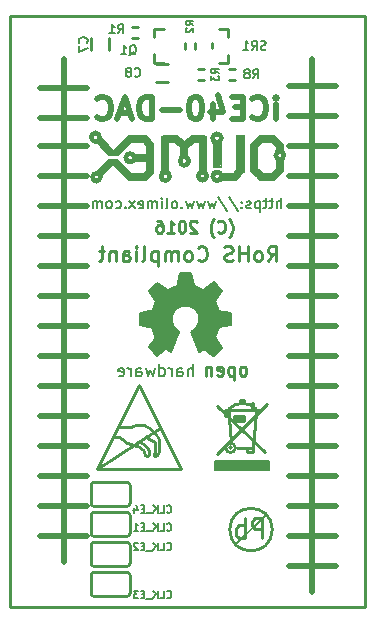
<source format=gbr>
G04 #@! TF.FileFunction,Legend,Bot*
%FSLAX46Y46*%
G04 Gerber Fmt 4.6, Leading zero omitted, Abs format (unit mm)*
G04 Created by KiCad (PCBNEW 4.0.1-3.201512221401+6198~38~ubuntu15.10.1-stable) date Thu 31 Mar 2016 03:59:41 PM EEST*
%MOMM*%
G01*
G04 APERTURE LIST*
%ADD10C,0.100000*%
%ADD11C,0.254000*%
%ADD12C,0.476250*%
%ADD13C,0.508000*%
%ADD14C,0.158750*%
%ADD15C,0.250000*%
%ADD16C,1.000000*%
%ADD17C,0.150000*%
%ADD18C,0.370000*%
%ADD19C,0.380000*%
%ADD20C,0.400000*%
%ADD21C,0.420000*%
%ADD22C,0.200000*%
%ADD23C,0.700000*%
%ADD24C,0.500000*%
%ADD25C,0.127000*%
%ADD26C,0.190500*%
%ADD27C,0.180000*%
G04 APERTURE END LIST*
D10*
D11*
X146793858Y-90744524D02*
X147217191Y-90139762D01*
X147519572Y-90744524D02*
X147519572Y-89474524D01*
X147035763Y-89474524D01*
X146914810Y-89535000D01*
X146854334Y-89595476D01*
X146793858Y-89716429D01*
X146793858Y-89897857D01*
X146854334Y-90018810D01*
X146914810Y-90079286D01*
X147035763Y-90139762D01*
X147519572Y-90139762D01*
X146068143Y-90744524D02*
X146189096Y-90684048D01*
X146249572Y-90623571D01*
X146310048Y-90502619D01*
X146310048Y-90139762D01*
X146249572Y-90018810D01*
X146189096Y-89958333D01*
X146068143Y-89897857D01*
X145886715Y-89897857D01*
X145765763Y-89958333D01*
X145705286Y-90018810D01*
X145644810Y-90139762D01*
X145644810Y-90502619D01*
X145705286Y-90623571D01*
X145765763Y-90684048D01*
X145886715Y-90744524D01*
X146068143Y-90744524D01*
X145100524Y-90744524D02*
X145100524Y-89474524D01*
X145100524Y-90079286D02*
X144374810Y-90079286D01*
X144374810Y-90744524D02*
X144374810Y-89474524D01*
X143830524Y-90684048D02*
X143649096Y-90744524D01*
X143346715Y-90744524D01*
X143225762Y-90684048D01*
X143165286Y-90623571D01*
X143104810Y-90502619D01*
X143104810Y-90381667D01*
X143165286Y-90260714D01*
X143225762Y-90200238D01*
X143346715Y-90139762D01*
X143588619Y-90079286D01*
X143709572Y-90018810D01*
X143770048Y-89958333D01*
X143830524Y-89837381D01*
X143830524Y-89716429D01*
X143770048Y-89595476D01*
X143709572Y-89535000D01*
X143588619Y-89474524D01*
X143286239Y-89474524D01*
X143104810Y-89535000D01*
X140867191Y-90623571D02*
X140927667Y-90684048D01*
X141109096Y-90744524D01*
X141230048Y-90744524D01*
X141411476Y-90684048D01*
X141532429Y-90563095D01*
X141592905Y-90442143D01*
X141653381Y-90200238D01*
X141653381Y-90018810D01*
X141592905Y-89776905D01*
X141532429Y-89655952D01*
X141411476Y-89535000D01*
X141230048Y-89474524D01*
X141109096Y-89474524D01*
X140927667Y-89535000D01*
X140867191Y-89595476D01*
X140141476Y-90744524D02*
X140262429Y-90684048D01*
X140322905Y-90623571D01*
X140383381Y-90502619D01*
X140383381Y-90139762D01*
X140322905Y-90018810D01*
X140262429Y-89958333D01*
X140141476Y-89897857D01*
X139960048Y-89897857D01*
X139839096Y-89958333D01*
X139778619Y-90018810D01*
X139718143Y-90139762D01*
X139718143Y-90502619D01*
X139778619Y-90623571D01*
X139839096Y-90684048D01*
X139960048Y-90744524D01*
X140141476Y-90744524D01*
X139173857Y-90744524D02*
X139173857Y-89897857D01*
X139173857Y-90018810D02*
X139113381Y-89958333D01*
X138992428Y-89897857D01*
X138811000Y-89897857D01*
X138690048Y-89958333D01*
X138629571Y-90079286D01*
X138629571Y-90744524D01*
X138629571Y-90079286D02*
X138569095Y-89958333D01*
X138448143Y-89897857D01*
X138266714Y-89897857D01*
X138145762Y-89958333D01*
X138085286Y-90079286D01*
X138085286Y-90744524D01*
X137480524Y-89897857D02*
X137480524Y-91167857D01*
X137480524Y-89958333D02*
X137359572Y-89897857D01*
X137117667Y-89897857D01*
X136996715Y-89958333D01*
X136936238Y-90018810D01*
X136875762Y-90139762D01*
X136875762Y-90502619D01*
X136936238Y-90623571D01*
X136996715Y-90684048D01*
X137117667Y-90744524D01*
X137359572Y-90744524D01*
X137480524Y-90684048D01*
X136150047Y-90744524D02*
X136271000Y-90684048D01*
X136331476Y-90563095D01*
X136331476Y-89474524D01*
X135666238Y-90744524D02*
X135666238Y-89897857D01*
X135666238Y-89474524D02*
X135726714Y-89535000D01*
X135666238Y-89595476D01*
X135605762Y-89535000D01*
X135666238Y-89474524D01*
X135666238Y-89595476D01*
X134517190Y-90744524D02*
X134517190Y-90079286D01*
X134577667Y-89958333D01*
X134698619Y-89897857D01*
X134940524Y-89897857D01*
X135061476Y-89958333D01*
X134517190Y-90684048D02*
X134638143Y-90744524D01*
X134940524Y-90744524D01*
X135061476Y-90684048D01*
X135121952Y-90563095D01*
X135121952Y-90442143D01*
X135061476Y-90321190D01*
X134940524Y-90260714D01*
X134638143Y-90260714D01*
X134517190Y-90200238D01*
X133912428Y-89897857D02*
X133912428Y-90744524D01*
X133912428Y-90018810D02*
X133851952Y-89958333D01*
X133730999Y-89897857D01*
X133549571Y-89897857D01*
X133428619Y-89958333D01*
X133368142Y-90079286D01*
X133368142Y-90744524D01*
X132944809Y-89897857D02*
X132460999Y-89897857D01*
X132763380Y-89474524D02*
X132763380Y-90563095D01*
X132702904Y-90684048D01*
X132581951Y-90744524D01*
X132460999Y-90744524D01*
D12*
X147483286Y-78712786D02*
X147483286Y-77442786D01*
X147483286Y-76807786D02*
X147574000Y-76898500D01*
X147483286Y-76989214D01*
X147392571Y-76898500D01*
X147483286Y-76807786D01*
X147483286Y-76989214D01*
X145487571Y-78531357D02*
X145578285Y-78622071D01*
X145850428Y-78712786D01*
X146031857Y-78712786D01*
X146304000Y-78622071D01*
X146485428Y-78440643D01*
X146576143Y-78259214D01*
X146666857Y-77896357D01*
X146666857Y-77624214D01*
X146576143Y-77261357D01*
X146485428Y-77079929D01*
X146304000Y-76898500D01*
X146031857Y-76807786D01*
X145850428Y-76807786D01*
X145578285Y-76898500D01*
X145487571Y-76989214D01*
X144671143Y-77714929D02*
X144036143Y-77714929D01*
X143764000Y-78712786D02*
X144671143Y-78712786D01*
X144671143Y-76807786D01*
X143764000Y-76807786D01*
X142131143Y-77442786D02*
X142131143Y-78712786D01*
X142584714Y-76717071D02*
X143038286Y-78077786D01*
X141859000Y-78077786D01*
X140770428Y-76807786D02*
X140589000Y-76807786D01*
X140407571Y-76898500D01*
X140316857Y-76989214D01*
X140226143Y-77170643D01*
X140135428Y-77533500D01*
X140135428Y-77987071D01*
X140226143Y-78349929D01*
X140316857Y-78531357D01*
X140407571Y-78622071D01*
X140589000Y-78712786D01*
X140770428Y-78712786D01*
X140951857Y-78622071D01*
X141042571Y-78531357D01*
X141133286Y-78349929D01*
X141224000Y-77987071D01*
X141224000Y-77533500D01*
X141133286Y-77170643D01*
X141042571Y-76989214D01*
X140951857Y-76898500D01*
X140770428Y-76807786D01*
X139319000Y-77987071D02*
X137867571Y-77987071D01*
X136960429Y-78712786D02*
X136960429Y-76807786D01*
X136506857Y-76807786D01*
X136234714Y-76898500D01*
X136053286Y-77079929D01*
X135962571Y-77261357D01*
X135871857Y-77624214D01*
X135871857Y-77896357D01*
X135962571Y-78259214D01*
X136053286Y-78440643D01*
X136234714Y-78622071D01*
X136506857Y-78712786D01*
X136960429Y-78712786D01*
X135146143Y-78168500D02*
X134239000Y-78168500D01*
X135327571Y-78712786D02*
X134692571Y-76807786D01*
X134057571Y-78712786D01*
X132334000Y-78531357D02*
X132424714Y-78622071D01*
X132696857Y-78712786D01*
X132878286Y-78712786D01*
X133150429Y-78622071D01*
X133331857Y-78440643D01*
X133422572Y-78259214D01*
X133513286Y-77896357D01*
X133513286Y-77624214D01*
X133422572Y-77261357D01*
X133331857Y-77079929D01*
X133150429Y-76898500D01*
X132878286Y-76807786D01*
X132696857Y-76807786D01*
X132424714Y-76898500D01*
X132334000Y-76989214D01*
D13*
X148590000Y-75946000D02*
X152527000Y-75946000D01*
X148590000Y-78486000D02*
X152527000Y-78486000D01*
X148590000Y-81026000D02*
X152527000Y-81026000D01*
X148590000Y-83566000D02*
X152527000Y-83566000D01*
X148590000Y-86106000D02*
X152527000Y-86106000D01*
X148590000Y-88646000D02*
X152527000Y-88646000D01*
X148590000Y-91186000D02*
X152527000Y-91186000D01*
X148590000Y-93726000D02*
X152527000Y-93726000D01*
X148590000Y-96266000D02*
X152527000Y-96266000D01*
X148590000Y-98806000D02*
X152527000Y-98806000D01*
X148590000Y-101346000D02*
X152527000Y-101346000D01*
X148590000Y-103886000D02*
X152527000Y-103886000D01*
X148590000Y-106426000D02*
X152527000Y-106426000D01*
X148590000Y-108966000D02*
X152527000Y-108966000D01*
X148590000Y-111506000D02*
X152527000Y-111506000D01*
X148590000Y-116586000D02*
X152527000Y-116586000D01*
X148590000Y-114046000D02*
X152527000Y-114046000D01*
X127508000Y-76073000D02*
X131445000Y-76073000D01*
X127508000Y-78613000D02*
X131445000Y-78613000D01*
X127508000Y-81026000D02*
X131445000Y-81026000D01*
X127508000Y-83566000D02*
X131445000Y-83566000D01*
X127508000Y-86106000D02*
X131445000Y-86106000D01*
X127508000Y-88646000D02*
X131445000Y-88646000D01*
X127508000Y-91186000D02*
X131445000Y-91186000D01*
X127508000Y-93726000D02*
X131445000Y-93726000D01*
X127508000Y-96266000D02*
X131445000Y-96266000D01*
X127508000Y-98806000D02*
X131445000Y-98806000D01*
X127508000Y-101346000D02*
X131445000Y-101346000D01*
X127508000Y-103886000D02*
X131445000Y-103886000D01*
X127508000Y-106426000D02*
X131445000Y-106426000D01*
X127508000Y-108966000D02*
X131445000Y-108966000D01*
X127508000Y-111506000D02*
X131445000Y-111506000D01*
X150495000Y-118745000D02*
X150495000Y-73660000D01*
X129540000Y-73660000D02*
X129540000Y-116205000D01*
X127508000Y-114046000D02*
X131445000Y-114046000D01*
D14*
X147933831Y-86254167D02*
X147933831Y-85365167D01*
X147552831Y-86254167D02*
X147552831Y-85788500D01*
X147595165Y-85703833D01*
X147679831Y-85661500D01*
X147806831Y-85661500D01*
X147891498Y-85703833D01*
X147933831Y-85746167D01*
X147256498Y-85661500D02*
X146917832Y-85661500D01*
X147129498Y-85365167D02*
X147129498Y-86127167D01*
X147087165Y-86211833D01*
X147002498Y-86254167D01*
X146917832Y-86254167D01*
X146748498Y-85661500D02*
X146409832Y-85661500D01*
X146621498Y-85365167D02*
X146621498Y-86127167D01*
X146579165Y-86211833D01*
X146494498Y-86254167D01*
X146409832Y-86254167D01*
X146113498Y-85661500D02*
X146113498Y-86550500D01*
X146113498Y-85703833D02*
X146028832Y-85661500D01*
X145859498Y-85661500D01*
X145774832Y-85703833D01*
X145732498Y-85746167D01*
X145690165Y-85830833D01*
X145690165Y-86084833D01*
X145732498Y-86169500D01*
X145774832Y-86211833D01*
X145859498Y-86254167D01*
X146028832Y-86254167D01*
X146113498Y-86211833D01*
X145351499Y-86211833D02*
X145266832Y-86254167D01*
X145097499Y-86254167D01*
X145012832Y-86211833D01*
X144970499Y-86127167D01*
X144970499Y-86084833D01*
X145012832Y-86000167D01*
X145097499Y-85957833D01*
X145224499Y-85957833D01*
X145309165Y-85915500D01*
X145351499Y-85830833D01*
X145351499Y-85788500D01*
X145309165Y-85703833D01*
X145224499Y-85661500D01*
X145097499Y-85661500D01*
X145012832Y-85703833D01*
X144589498Y-86169500D02*
X144547165Y-86211833D01*
X144589498Y-86254167D01*
X144631832Y-86211833D01*
X144589498Y-86169500D01*
X144589498Y-86254167D01*
X144589498Y-85703833D02*
X144547165Y-85746167D01*
X144589498Y-85788500D01*
X144631832Y-85746167D01*
X144589498Y-85703833D01*
X144589498Y-85788500D01*
X143531165Y-85322833D02*
X144293165Y-86465833D01*
X142599832Y-85322833D02*
X143361832Y-86465833D01*
X142388166Y-85661500D02*
X142218833Y-86254167D01*
X142049499Y-85830833D01*
X141880166Y-86254167D01*
X141710833Y-85661500D01*
X141456833Y-85661500D02*
X141287500Y-86254167D01*
X141118166Y-85830833D01*
X140948833Y-86254167D01*
X140779500Y-85661500D01*
X140525500Y-85661500D02*
X140356167Y-86254167D01*
X140186833Y-85830833D01*
X140017500Y-86254167D01*
X139848167Y-85661500D01*
X139509500Y-86169500D02*
X139467167Y-86211833D01*
X139509500Y-86254167D01*
X139551834Y-86211833D01*
X139509500Y-86169500D01*
X139509500Y-86254167D01*
X138959167Y-86254167D02*
X139043834Y-86211833D01*
X139086167Y-86169500D01*
X139128501Y-86084833D01*
X139128501Y-85830833D01*
X139086167Y-85746167D01*
X139043834Y-85703833D01*
X138959167Y-85661500D01*
X138832167Y-85661500D01*
X138747501Y-85703833D01*
X138705167Y-85746167D01*
X138662834Y-85830833D01*
X138662834Y-86084833D01*
X138705167Y-86169500D01*
X138747501Y-86211833D01*
X138832167Y-86254167D01*
X138959167Y-86254167D01*
X138154834Y-86254167D02*
X138239501Y-86211833D01*
X138281834Y-86127167D01*
X138281834Y-85365167D01*
X137816167Y-86254167D02*
X137816167Y-85661500D01*
X137816167Y-85365167D02*
X137858501Y-85407500D01*
X137816167Y-85449833D01*
X137773834Y-85407500D01*
X137816167Y-85365167D01*
X137816167Y-85449833D01*
X137392834Y-86254167D02*
X137392834Y-85661500D01*
X137392834Y-85746167D02*
X137350501Y-85703833D01*
X137265834Y-85661500D01*
X137138834Y-85661500D01*
X137054168Y-85703833D01*
X137011834Y-85788500D01*
X137011834Y-86254167D01*
X137011834Y-85788500D02*
X136969501Y-85703833D01*
X136884834Y-85661500D01*
X136757834Y-85661500D01*
X136673168Y-85703833D01*
X136630834Y-85788500D01*
X136630834Y-86254167D01*
X135868835Y-86211833D02*
X135953501Y-86254167D01*
X136122835Y-86254167D01*
X136207501Y-86211833D01*
X136249835Y-86127167D01*
X136249835Y-85788500D01*
X136207501Y-85703833D01*
X136122835Y-85661500D01*
X135953501Y-85661500D01*
X135868835Y-85703833D01*
X135826501Y-85788500D01*
X135826501Y-85873167D01*
X136249835Y-85957833D01*
X135530168Y-86254167D02*
X135064501Y-85661500D01*
X135530168Y-85661500D02*
X135064501Y-86254167D01*
X134725834Y-86169500D02*
X134683501Y-86211833D01*
X134725834Y-86254167D01*
X134768168Y-86211833D01*
X134725834Y-86169500D01*
X134725834Y-86254167D01*
X133921501Y-86211833D02*
X134006168Y-86254167D01*
X134175501Y-86254167D01*
X134260168Y-86211833D01*
X134302501Y-86169500D01*
X134344835Y-86084833D01*
X134344835Y-85830833D01*
X134302501Y-85746167D01*
X134260168Y-85703833D01*
X134175501Y-85661500D01*
X134006168Y-85661500D01*
X133921501Y-85703833D01*
X133413501Y-86254167D02*
X133498168Y-86211833D01*
X133540501Y-86169500D01*
X133582835Y-86084833D01*
X133582835Y-85830833D01*
X133540501Y-85746167D01*
X133498168Y-85703833D01*
X133413501Y-85661500D01*
X133286501Y-85661500D01*
X133201835Y-85703833D01*
X133159501Y-85746167D01*
X133117168Y-85830833D01*
X133117168Y-86084833D01*
X133159501Y-86169500D01*
X133201835Y-86211833D01*
X133286501Y-86254167D01*
X133413501Y-86254167D01*
X132736168Y-86254167D02*
X132736168Y-85661500D01*
X132736168Y-85746167D02*
X132693835Y-85703833D01*
X132609168Y-85661500D01*
X132482168Y-85661500D01*
X132397502Y-85703833D01*
X132355168Y-85788500D01*
X132355168Y-86254167D01*
X132355168Y-85788500D02*
X132312835Y-85703833D01*
X132228168Y-85661500D01*
X132101168Y-85661500D01*
X132016502Y-85703833D01*
X131974168Y-85788500D01*
X131974168Y-86254167D01*
D15*
X143517571Y-88717333D02*
X143565191Y-88669714D01*
X143660429Y-88526857D01*
X143708048Y-88431619D01*
X143755667Y-88288762D01*
X143803286Y-88050667D01*
X143803286Y-87860190D01*
X143755667Y-87622095D01*
X143708048Y-87479238D01*
X143660429Y-87384000D01*
X143565191Y-87241143D01*
X143517571Y-87193524D01*
X142565190Y-88241143D02*
X142612809Y-88288762D01*
X142755666Y-88336381D01*
X142850904Y-88336381D01*
X142993762Y-88288762D01*
X143089000Y-88193524D01*
X143136619Y-88098286D01*
X143184238Y-87907810D01*
X143184238Y-87764952D01*
X143136619Y-87574476D01*
X143089000Y-87479238D01*
X142993762Y-87384000D01*
X142850904Y-87336381D01*
X142755666Y-87336381D01*
X142612809Y-87384000D01*
X142565190Y-87431619D01*
X142231857Y-88717333D02*
X142184238Y-88669714D01*
X142089000Y-88526857D01*
X142041381Y-88431619D01*
X141993762Y-88288762D01*
X141946143Y-88050667D01*
X141946143Y-87860190D01*
X141993762Y-87622095D01*
X142041381Y-87479238D01*
X142089000Y-87384000D01*
X142184238Y-87241143D01*
X142231857Y-87193524D01*
X140755666Y-87431619D02*
X140708047Y-87384000D01*
X140612809Y-87336381D01*
X140374713Y-87336381D01*
X140279475Y-87384000D01*
X140231856Y-87431619D01*
X140184237Y-87526857D01*
X140184237Y-87622095D01*
X140231856Y-87764952D01*
X140803285Y-88336381D01*
X140184237Y-88336381D01*
X139565190Y-87336381D02*
X139469951Y-87336381D01*
X139374713Y-87384000D01*
X139327094Y-87431619D01*
X139279475Y-87526857D01*
X139231856Y-87717333D01*
X139231856Y-87955429D01*
X139279475Y-88145905D01*
X139327094Y-88241143D01*
X139374713Y-88288762D01*
X139469951Y-88336381D01*
X139565190Y-88336381D01*
X139660428Y-88288762D01*
X139708047Y-88241143D01*
X139755666Y-88145905D01*
X139803285Y-87955429D01*
X139803285Y-87717333D01*
X139755666Y-87526857D01*
X139708047Y-87431619D01*
X139660428Y-87384000D01*
X139565190Y-87336381D01*
X138279475Y-88336381D02*
X138850904Y-88336381D01*
X138565190Y-88336381D02*
X138565190Y-87336381D01*
X138660428Y-87479238D01*
X138755666Y-87574476D01*
X138850904Y-87622095D01*
X137422332Y-87336381D02*
X137612809Y-87336381D01*
X137708047Y-87384000D01*
X137755666Y-87431619D01*
X137850904Y-87574476D01*
X137898523Y-87764952D01*
X137898523Y-88145905D01*
X137850904Y-88241143D01*
X137803285Y-88288762D01*
X137708047Y-88336381D01*
X137517570Y-88336381D01*
X137422332Y-88288762D01*
X137374713Y-88241143D01*
X137327094Y-88145905D01*
X137327094Y-87907810D01*
X137374713Y-87812571D01*
X137422332Y-87764952D01*
X137517570Y-87717333D01*
X137708047Y-87717333D01*
X137803285Y-87764952D01*
X137850904Y-87812571D01*
X137898523Y-87907810D01*
D11*
X125000000Y-120000000D02*
X125000000Y-70000000D01*
X155000000Y-120000000D02*
X125000000Y-120000000D01*
X155000000Y-70000000D02*
X155000000Y-120000000D01*
X125000000Y-70000000D02*
X155000000Y-70000000D01*
X137287000Y-74041000D02*
X138303000Y-74041000D01*
X137287000Y-75565000D02*
X138303000Y-75565000D01*
X135509000Y-70929500D02*
X135763000Y-70929500D01*
X135509000Y-70929500D02*
X135255000Y-70929500D01*
X135509000Y-71818500D02*
X135255000Y-71818500D01*
X135509000Y-71818500D02*
X135763000Y-71818500D01*
X139763500Y-72517000D02*
X139763500Y-72263000D01*
X139763500Y-72517000D02*
X139763500Y-72771000D01*
X140652500Y-72517000D02*
X140652500Y-72771000D01*
X140652500Y-72517000D02*
X140652500Y-72263000D01*
X141097000Y-75374500D02*
X140843000Y-75374500D01*
X141097000Y-75374500D02*
X141351000Y-75374500D01*
X141097000Y-74485500D02*
X141351000Y-74485500D01*
X141097000Y-74485500D02*
X140843000Y-74485500D01*
X143764000Y-75374500D02*
X143510000Y-75374500D01*
X143764000Y-75374500D02*
X144018000Y-75374500D01*
X143764000Y-74485500D02*
X144018000Y-74485500D01*
X143764000Y-74485500D02*
X143510000Y-74485500D01*
X142621000Y-73939400D02*
X143408400Y-73939400D01*
X143408400Y-73939400D02*
X143408400Y-73279000D01*
X143408400Y-71755000D02*
X143408400Y-71094600D01*
X143408400Y-71094600D02*
X142621000Y-71094600D01*
X142087600Y-72720200D02*
X142087600Y-72313800D01*
X132080000Y-114046000D02*
X134874000Y-114046000D01*
X131826000Y-113792000D02*
X131826000Y-112268000D01*
X135128000Y-113792000D02*
X135128000Y-112268000D01*
X134874000Y-112014000D02*
X132080000Y-112014000D01*
X131826000Y-112268000D02*
G75*
G02X132080000Y-112014000I254000J0D01*
G01*
X134874000Y-112014000D02*
G75*
G02X135128000Y-112268000I0J-254000D01*
G01*
X135128000Y-113792000D02*
G75*
G02X134874000Y-114046000I-254000J0D01*
G01*
X132080000Y-114046000D02*
G75*
G02X131826000Y-113792000I0J254000D01*
G01*
X132080000Y-116586000D02*
X134874000Y-116586000D01*
X131826000Y-116332000D02*
X131826000Y-114808000D01*
X135128000Y-116332000D02*
X135128000Y-114808000D01*
X134874000Y-114554000D02*
X132080000Y-114554000D01*
X131826000Y-114808000D02*
G75*
G02X132080000Y-114554000I254000J0D01*
G01*
X134874000Y-114554000D02*
G75*
G02X135128000Y-114808000I0J-254000D01*
G01*
X135128000Y-116332000D02*
G75*
G02X134874000Y-116586000I-254000J0D01*
G01*
X132080000Y-116586000D02*
G75*
G02X131826000Y-116332000I0J254000D01*
G01*
X132080000Y-119126000D02*
X134874000Y-119126000D01*
X131826000Y-118872000D02*
X131826000Y-117348000D01*
X135128000Y-118872000D02*
X135128000Y-117348000D01*
X134874000Y-117094000D02*
X132080000Y-117094000D01*
X131826000Y-117348000D02*
G75*
G02X132080000Y-117094000I254000J0D01*
G01*
X134874000Y-117094000D02*
G75*
G02X135128000Y-117348000I0J-254000D01*
G01*
X135128000Y-118872000D02*
G75*
G02X134874000Y-119126000I-254000J0D01*
G01*
X132080000Y-119126000D02*
G75*
G02X131826000Y-118872000I0J254000D01*
G01*
X132080000Y-111506000D02*
X134874000Y-111506000D01*
X131826000Y-111252000D02*
X131826000Y-109728000D01*
X135128000Y-111252000D02*
X135128000Y-109728000D01*
X134874000Y-109474000D02*
X132080000Y-109474000D01*
X131826000Y-109728000D02*
G75*
G02X132080000Y-109474000I254000J0D01*
G01*
X134874000Y-109474000D02*
G75*
G02X135128000Y-109728000I0J-254000D01*
G01*
X135128000Y-111252000D02*
G75*
G02X134874000Y-111506000I-254000J0D01*
G01*
X132080000Y-111506000D02*
G75*
G02X131826000Y-111252000I0J254000D01*
G01*
D16*
X138663680Y-96824800D02*
X138330940Y-97556320D01*
X138663680Y-96916240D02*
X137482580Y-97929700D01*
X138549380Y-96779080D02*
X137932160Y-97106740D01*
X138229340Y-96359980D02*
X137619740Y-96466660D01*
X137393680Y-95201740D02*
X138115040Y-95349060D01*
X137634980Y-94508320D02*
X138290300Y-94874080D01*
X138503660Y-93639640D02*
X138922760Y-94226380D01*
X139090400Y-93388180D02*
X139311380Y-94073980D01*
X140355320Y-93372940D02*
X140187680Y-93982540D01*
X140789660Y-93632020D02*
X140614400Y-93990160D01*
X141787880Y-94409260D02*
X141330680Y-94698820D01*
X141963140Y-94889320D02*
X141521180Y-95049340D01*
X142288260Y-96133920D02*
X141582140Y-96006920D01*
X142039340Y-96779080D02*
X141475460Y-96299020D01*
X141373860Y-97678240D02*
X141008100Y-96916240D01*
X136583420Y-95625920D02*
X138051540Y-95712280D01*
X137574020Y-93441520D02*
X138686540Y-94508320D01*
X139839700Y-92384880D02*
X139834620Y-93898720D01*
X142100300Y-93360240D02*
X141038580Y-94467680D01*
X143085820Y-95646240D02*
X141668500Y-95585280D01*
X142049500Y-97850960D02*
X141196060Y-96829880D01*
D17*
X141033500Y-96420940D02*
X140726160Y-96687640D01*
X141363700Y-93507560D02*
X140380720Y-93014800D01*
X139184380Y-97012760D02*
X139306300Y-96728280D01*
X139047220Y-96558100D02*
X139301220Y-96723200D01*
X140548360Y-96555560D02*
X140322300Y-96730820D01*
X140916660Y-96441260D02*
X140657580Y-96779080D01*
X141140180Y-96220280D02*
X141046200Y-96390460D01*
X141140180Y-96220280D02*
X141046200Y-96390460D01*
X141277340Y-95366840D02*
X141145260Y-96189800D01*
X140853160Y-94630240D02*
X141272260Y-95361760D01*
X139981940Y-94200980D02*
X140853160Y-94630240D01*
X139166600Y-94368620D02*
X139981940Y-94208600D01*
X138656060Y-94797880D02*
X139166600Y-94368620D01*
X138422380Y-95470980D02*
X138656060Y-94797880D01*
X138427460Y-95976440D02*
X138427460Y-95458280D01*
X138803380Y-96687640D02*
X138427460Y-95976440D01*
X138981180Y-96809560D02*
X138803380Y-96687640D01*
X142252700Y-92788740D02*
X141368780Y-93510100D01*
X142008860Y-94142560D02*
X142610840Y-93233240D01*
X142013940Y-94137480D02*
X142400020Y-95135700D01*
X143543020Y-95404940D02*
X142427960Y-95158560D01*
X143400780Y-95349060D02*
X143400780Y-95999300D01*
X139024360Y-96751140D02*
X138496040Y-98132900D01*
X138633200Y-98430080D02*
X139019280Y-97449640D01*
X138104880Y-98102420D02*
X138633200Y-98430080D01*
X137421620Y-98435160D02*
X138242040Y-97906840D01*
X138285220Y-98130360D02*
X137408920Y-98750120D01*
X137398760Y-98745040D02*
X136715500Y-98054160D01*
X137002520Y-97970340D02*
X137487660Y-98501200D01*
X136969500Y-96334580D02*
X137350500Y-97315020D01*
X137073640Y-96367600D02*
X135950960Y-96156780D01*
X135935720Y-95178880D02*
X135938260Y-96136460D01*
X136019540Y-95920560D02*
X137126980Y-96144080D01*
X137322560Y-94150180D02*
X136956800Y-95018860D01*
X136707880Y-93268800D02*
X137411460Y-94259400D01*
X137406380Y-92570300D02*
X136712960Y-93261180D01*
X138422380Y-93245940D02*
X137411460Y-92572840D01*
X139108180Y-92859860D02*
X138303000Y-93197680D01*
X139324080Y-91770200D02*
X139098020Y-92941140D01*
X140289280Y-91770200D02*
X139324080Y-91770200D01*
X140299440Y-91777820D02*
X140500100Y-92803980D01*
X141287500Y-93172280D02*
X140383260Y-92793820D01*
X142222220Y-92524580D02*
X141251940Y-93240860D01*
X142908020Y-93240860D02*
X142234920Y-92527120D01*
X142887700Y-93276420D02*
X142293340Y-94129860D01*
X142626080Y-94960440D02*
X142290800Y-94127320D01*
X143695420Y-95158560D02*
X142524480Y-94955360D01*
X143692880Y-95161100D02*
X143692880Y-96146620D01*
X143692880Y-96154240D02*
X142621000Y-96349820D01*
X142930880Y-98061780D02*
X142333980Y-97198180D01*
X142201900Y-98757740D02*
X142923260Y-98064320D01*
X141368780Y-98186240D02*
X142194280Y-98750120D01*
X141356080Y-98196400D02*
X141010640Y-98417380D01*
X140972540Y-98399600D02*
X140322300Y-96730820D01*
D18*
X137406380Y-98590100D02*
X136852660Y-98044000D01*
X137472420Y-97149920D02*
X136852660Y-98036380D01*
X140728700Y-94752160D02*
G75*
G02X140652500Y-96606360I-965200J-889000D01*
G01*
X138777980Y-94924880D02*
G75*
G02X140703300Y-94726760I1061720J-863600D01*
G01*
X139158980Y-96774000D02*
G75*
G02X138788140Y-94909640I746760J1117600D01*
G01*
X138595100Y-98216720D02*
X139169140Y-96776540D01*
X138257280Y-98031300D02*
X138595100Y-98216720D01*
X137421620Y-98597720D02*
X138257280Y-98031300D01*
X137066020Y-96238060D02*
X137472420Y-97149920D01*
X136052560Y-96067880D02*
X137066020Y-96238060D01*
X136052560Y-95232220D02*
X136052560Y-96067880D01*
X137134600Y-95003620D02*
X136052560Y-95232220D01*
X137474960Y-94066360D02*
X137134600Y-95003620D01*
X136857740Y-93276420D02*
X137474960Y-94066360D01*
X137411460Y-92727780D02*
X136857740Y-93273880D01*
X138315700Y-93360240D02*
X137411460Y-92725800D01*
X139230100Y-92915740D02*
X138328400Y-93365320D01*
X139443460Y-91897200D02*
X139230100Y-92915740D01*
X140210540Y-91876880D02*
X139425680Y-91876880D01*
X140202920Y-91889580D02*
X140408660Y-92903040D01*
X141307820Y-93329760D02*
X140462000Y-92923360D01*
X142196820Y-92687140D02*
X141368780Y-93339920D01*
D19*
X142745460Y-93245940D02*
X142245080Y-92712540D01*
D18*
X142735300Y-93268800D02*
X142179040Y-94119700D01*
X142506700Y-95036640D02*
X142158720Y-94170500D01*
X143555720Y-95252540D02*
X142537180Y-95072200D01*
D19*
X143543020Y-95265240D02*
X143548100Y-96052640D01*
D18*
X143553180Y-96042480D02*
X142603220Y-96260920D01*
X142575280Y-96283780D02*
X142217140Y-97167700D01*
X142750540Y-98044000D02*
X142217140Y-97210880D01*
D19*
X142765780Y-98044000D02*
X142201900Y-98582480D01*
D20*
X142189200Y-98582480D02*
X141409420Y-98051620D01*
D18*
X141399260Y-98033840D02*
X141081760Y-98239580D01*
D21*
X141053820Y-98219260D02*
X140502640Y-96796860D01*
D22*
X146524980Y-112313720D02*
X144091660Y-114734340D01*
D11*
X147166437Y-113477040D02*
G75*
G03X147166437Y-113477040I-1802237J0D01*
G01*
X137160000Y-71805800D02*
X137160000Y-71094600D01*
X137998200Y-71094600D02*
X137160000Y-71094600D01*
X137998200Y-73939400D02*
X137160000Y-73939400D01*
X137160000Y-73939400D02*
X137160000Y-73228200D01*
D10*
X136410700Y-80086200D02*
X135039100Y-80086200D01*
X135039100Y-80086200D02*
X134988300Y-80086200D01*
X134988300Y-80086200D02*
X133731000Y-81330800D01*
X137934700Y-80200500D02*
X137833100Y-80200500D01*
X137782300Y-80137000D02*
X137782300Y-80124300D01*
X137782300Y-80124300D02*
X139077700Y-80124300D01*
X139077700Y-80124300D02*
X139103100Y-80124300D01*
X139103100Y-80124300D02*
X139725400Y-80619600D01*
X137782300Y-83146900D02*
X137782300Y-80137000D01*
X141439900Y-80187800D02*
X141516100Y-80187800D01*
X141592300Y-80124300D02*
X140347700Y-80124300D01*
X140347700Y-80124300D02*
X139763500Y-80606900D01*
X141592300Y-83121500D02*
X141592300Y-80137000D01*
X142328900Y-82715100D02*
X142240000Y-82715100D01*
X142671800Y-82715100D02*
X142735300Y-82715100D01*
X142811500Y-82778600D02*
X142201900Y-82778600D01*
X142201900Y-82778600D02*
X142176500Y-82778600D01*
X142176500Y-82778600D02*
X142176500Y-80759300D01*
X142811500Y-80759300D02*
X142811500Y-82778600D01*
X144310100Y-80149700D02*
X144195800Y-80149700D01*
X144437100Y-80073500D02*
X144132300Y-80073500D01*
X144132300Y-80073500D02*
X144132300Y-83108800D01*
X144614900Y-80162400D02*
X144678400Y-80149700D01*
X144729200Y-80073500D02*
X144741900Y-80073500D01*
X144741900Y-80073500D02*
X144754600Y-80073500D01*
X144754600Y-80073500D02*
X144754600Y-83223100D01*
X144449800Y-80073500D02*
X144729200Y-80073500D01*
D23*
X144449800Y-83146900D02*
X144449800Y-80416400D01*
X138112500Y-80429100D02*
X138112500Y-83032600D01*
X146227800Y-80416400D02*
X147231100Y-80416400D01*
X145605500Y-81026000D02*
X145605500Y-82956400D01*
X147828000Y-81064100D02*
X147828000Y-81305400D01*
X147828000Y-83032600D02*
X147243800Y-83604100D01*
X147815300Y-83045300D02*
X147815300Y-82283300D01*
X147256500Y-83604100D02*
X146215100Y-83604100D01*
D20*
X135487659Y-81991200D02*
G75*
G03X135487659Y-81991200I-359659J0D01*
G01*
D23*
X135636000Y-81991200D02*
X136855200Y-81991200D01*
D20*
X132553735Y-80251300D02*
G75*
G03X132553735Y-80251300I-359435J0D01*
G01*
D23*
X132562600Y-80606900D02*
X133426200Y-81500600D01*
D24*
X133985000Y-81597500D02*
X133426200Y-81597500D01*
D23*
X135102600Y-80416400D02*
X134010400Y-81483200D01*
X136324500Y-80416400D02*
X135102600Y-80416400D01*
X136855200Y-80899000D02*
X136372600Y-80391000D01*
X136855200Y-80924400D02*
X136855200Y-83159600D01*
X136855200Y-83159600D02*
X136423400Y-83591400D01*
X136423400Y-83591400D02*
X135102600Y-83591400D01*
X135102600Y-83591400D02*
X133959600Y-82473800D01*
D24*
X133959600Y-82372200D02*
X133426200Y-82372200D01*
D23*
X132613400Y-83286600D02*
X133451600Y-82473800D01*
D20*
X132612666Y-83642200D02*
G75*
G03X132612666Y-83642200I-329466J0D01*
G01*
X138475729Y-83553300D02*
G75*
G03X138475729Y-83553300I-363229J0D01*
G01*
D23*
X139014200Y-80441800D02*
X138125200Y-80441800D01*
D20*
X140096318Y-82270600D02*
G75*
G03X140096318Y-82270600I-370918J0D01*
G01*
D23*
X139649200Y-80949800D02*
X139014200Y-80441800D01*
X139725400Y-81737200D02*
X139725400Y-81026000D01*
X140436600Y-80441800D02*
X139827000Y-80949800D01*
X141274800Y-80441800D02*
X140436600Y-80441800D01*
X141274800Y-83032600D02*
X141274800Y-80441800D01*
D20*
X141621759Y-83540600D02*
G75*
G03X141621759Y-83540600I-359659J0D01*
G01*
X142854818Y-80340200D02*
G75*
G03X142854818Y-80340200I-373518J0D01*
G01*
D23*
X142494000Y-80873600D02*
X142494000Y-82473800D01*
D20*
X142860324Y-83566000D02*
G75*
G03X142860324Y-83566000I-366324J0D01*
G01*
D23*
X143006800Y-83591400D02*
X143992600Y-83591400D01*
X143992600Y-83591400D02*
X144449800Y-83134200D01*
X145618200Y-82994500D02*
X146177000Y-83578700D01*
X146227800Y-80429100D02*
X145592800Y-81038700D01*
X147828000Y-81013300D02*
X147320000Y-80505300D01*
D20*
X148152747Y-81788000D02*
G75*
G03X148152747Y-81788000I-337447J0D01*
G01*
D11*
X135890000Y-101219000D02*
X139446000Y-108331000D01*
X139446000Y-108331000D02*
X132334000Y-108331000D01*
X132334000Y-108331000D02*
X133667500Y-105664000D01*
X133667500Y-105664000D02*
X134112000Y-104775000D01*
X134112000Y-104775000D02*
X135890000Y-101219000D01*
X137668000Y-104838500D02*
X132334000Y-108331000D01*
X135293100Y-104775000D02*
X134112000Y-104775000D01*
X133667500Y-105664000D02*
X133985000Y-105664000D01*
X136652000Y-107251500D02*
X136499600Y-107251500D01*
X137604500Y-105854500D02*
X137604500Y-106934000D01*
X137160000Y-107251500D02*
X137160000Y-107124500D01*
X137223500Y-107061000D02*
X137223500Y-106045000D01*
X137223500Y-107061000D02*
X137287000Y-107061000D01*
X135509721Y-104711678D02*
G75*
G02X137096500Y-105219500I466639J-1274902D01*
G01*
X135508915Y-104713114D02*
G75*
G02X135293100Y-104775000I-182795J230214D01*
G01*
X133984301Y-105664474D02*
G75*
G02X134493000Y-105854500I64199J-604046D01*
G01*
X135315461Y-106300576D02*
G75*
G02X134493000Y-105854500I147819J1253796D01*
G01*
X135827708Y-106046166D02*
G75*
G02X136779000Y-106807000I-285688J-1332334D01*
G01*
X135889915Y-106490965D02*
G75*
G02X136461500Y-107251500I-284395J-808795D01*
G01*
X135450275Y-106363493D02*
G75*
G02X135890000Y-106489500I-825195J-3709947D01*
G01*
X136778967Y-107124600D02*
G75*
G02X136652000Y-107251500I-190467J63600D01*
G01*
X136778068Y-106807674D02*
G75*
G02X136779000Y-107124500I-316568J-159346D01*
G01*
X137221935Y-106046845D02*
G75*
G02X136525000Y-105600500I153965J1007685D01*
G01*
X137412549Y-105537142D02*
G75*
G02X137096500Y-105219500I478971J792622D01*
G01*
X137415048Y-105538575D02*
G75*
G02X137604500Y-105854500I-168688J-315925D01*
G01*
X137604500Y-106934000D02*
G75*
G02X137223500Y-107315000I-381000J0D01*
G01*
X137221071Y-107317545D02*
G75*
G02X137160000Y-107251500I2429J63505D01*
G01*
X137160000Y-107124500D02*
G75*
G02X137223500Y-107061000I63500J0D01*
G01*
X137287000Y-107061000D02*
G75*
G02X137414000Y-107188000I0J-127000D01*
G01*
D25*
X143764000Y-106553000D02*
G75*
G03X143764000Y-106553000I-127000J0D01*
G01*
D11*
X143510000Y-103251000D02*
G75*
G02X145796000Y-103251000I1143000J-1143000D01*
G01*
X144780000Y-102489000D02*
X144780000Y-102616000D01*
X144780000Y-102616000D02*
X144399000Y-102616000D01*
X144399000Y-102616000D02*
X144399000Y-102489000D01*
X144399000Y-102489000D02*
X144780000Y-102489000D01*
X144653000Y-104013000D02*
X144018000Y-104013000D01*
X144780000Y-103886000D02*
X143891000Y-103886000D01*
X143891000Y-103886000D02*
X143891000Y-104267000D01*
X143891000Y-104267000D02*
X144780000Y-104267000D01*
X144780000Y-104267000D02*
X144780000Y-103886000D01*
X143383000Y-103886000D02*
X143383000Y-103505000D01*
X143383000Y-103505000D02*
X143256000Y-103505000D01*
X143256000Y-103505000D02*
X143256000Y-103886000D01*
X143383000Y-103505000D02*
X143383000Y-103632000D01*
X143383000Y-103378000D02*
X143256000Y-103759000D01*
X143383000Y-103505000D02*
X143383000Y-103632000D01*
X143510000Y-103378000D02*
X143510000Y-103886000D01*
X143510000Y-103886000D02*
X143129000Y-103886000D01*
X143129000Y-103886000D02*
X143129000Y-103378000D01*
X145542000Y-103251000D02*
X145542000Y-102743000D01*
X145542000Y-102743000D02*
X145415000Y-102743000D01*
X145415000Y-102743000D02*
X145415000Y-103251000D01*
X144038609Y-106553000D02*
G75*
G03X144038609Y-106553000I-401609J0D01*
G01*
X143637000Y-106045000D02*
X143510000Y-104013000D01*
X145542000Y-106553000D02*
X145542000Y-106934000D01*
X145542000Y-106934000D02*
X145034000Y-106934000D01*
X145034000Y-106934000D02*
X145034000Y-106680000D01*
X146050000Y-103378000D02*
X143129000Y-103378000D01*
X145542000Y-106553000D02*
X145796000Y-103505000D01*
X145542000Y-106553000D02*
X144145000Y-106553000D01*
X146558000Y-106934000D02*
X142494000Y-102997000D01*
X146685000Y-102870000D02*
X142494000Y-107061000D01*
D17*
X146840200Y-108306400D02*
X142420600Y-108306400D01*
X142420600Y-108204800D02*
X146789400Y-108204800D01*
X146840200Y-108001600D02*
X142369800Y-108001600D01*
X146840200Y-107849200D02*
X142420600Y-107849200D01*
X142369800Y-108103200D02*
X146789400Y-108103200D01*
X142369800Y-107950800D02*
X146789400Y-107950800D01*
X146840200Y-107798400D02*
X142369800Y-107798400D01*
X142369800Y-107696800D02*
X146789400Y-107696800D01*
X142319000Y-108408000D02*
X146891000Y-108408000D01*
X146891000Y-108408000D02*
X146891000Y-107646000D01*
X146891000Y-107646000D02*
X142319000Y-107646000D01*
X142319000Y-107646000D02*
X142319000Y-108408000D01*
D11*
X133350000Y-71882000D02*
X133350000Y-72898000D01*
X131826000Y-71882000D02*
X131826000Y-72898000D01*
D26*
X135509000Y-75075143D02*
X135545286Y-75111429D01*
X135654143Y-75147714D01*
X135726714Y-75147714D01*
X135835571Y-75111429D01*
X135908143Y-75038857D01*
X135944428Y-74966286D01*
X135980714Y-74821143D01*
X135980714Y-74712286D01*
X135944428Y-74567143D01*
X135908143Y-74494571D01*
X135835571Y-74422000D01*
X135726714Y-74385714D01*
X135654143Y-74385714D01*
X135545286Y-74422000D01*
X135509000Y-74458286D01*
X135073571Y-74712286D02*
X135146143Y-74676000D01*
X135182428Y-74639714D01*
X135218714Y-74567143D01*
X135218714Y-74530857D01*
X135182428Y-74458286D01*
X135146143Y-74422000D01*
X135073571Y-74385714D01*
X134928428Y-74385714D01*
X134855857Y-74422000D01*
X134819571Y-74458286D01*
X134783286Y-74530857D01*
X134783286Y-74567143D01*
X134819571Y-74639714D01*
X134855857Y-74676000D01*
X134928428Y-74712286D01*
X135073571Y-74712286D01*
X135146143Y-74748571D01*
X135182428Y-74784857D01*
X135218714Y-74857429D01*
X135218714Y-75002571D01*
X135182428Y-75075143D01*
X135146143Y-75111429D01*
X135073571Y-75147714D01*
X134928428Y-75147714D01*
X134855857Y-75111429D01*
X134819571Y-75075143D01*
X134783286Y-75002571D01*
X134783286Y-74857429D01*
X134819571Y-74784857D01*
X134855857Y-74748571D01*
X134928428Y-74712286D01*
X134112000Y-71464714D02*
X134366000Y-71101857D01*
X134547428Y-71464714D02*
X134547428Y-70702714D01*
X134257143Y-70702714D01*
X134184571Y-70739000D01*
X134148286Y-70775286D01*
X134112000Y-70847857D01*
X134112000Y-70956714D01*
X134148286Y-71029286D01*
X134184571Y-71065571D01*
X134257143Y-71101857D01*
X134547428Y-71101857D01*
X133386286Y-71464714D02*
X133821714Y-71464714D01*
X133604000Y-71464714D02*
X133604000Y-70702714D01*
X133676571Y-70811571D01*
X133749143Y-70884143D01*
X133821714Y-70920429D01*
D14*
X140495262Y-70760167D02*
X140192881Y-70548500D01*
X140495262Y-70397309D02*
X139860262Y-70397309D01*
X139860262Y-70639214D01*
X139890500Y-70699690D01*
X139920738Y-70729929D01*
X139981214Y-70760167D01*
X140071929Y-70760167D01*
X140132405Y-70729929D01*
X140162643Y-70699690D01*
X140192881Y-70639214D01*
X140192881Y-70397309D01*
X139920738Y-71002071D02*
X139890500Y-71032309D01*
X139860262Y-71092786D01*
X139860262Y-71243976D01*
X139890500Y-71304452D01*
X139920738Y-71334690D01*
X139981214Y-71364929D01*
X140041690Y-71364929D01*
X140132405Y-71334690D01*
X140495262Y-70971833D01*
X140495262Y-71364929D01*
X142654262Y-74824167D02*
X142351881Y-74612500D01*
X142654262Y-74461309D02*
X142019262Y-74461309D01*
X142019262Y-74703214D01*
X142049500Y-74763690D01*
X142079738Y-74793929D01*
X142140214Y-74824167D01*
X142230929Y-74824167D01*
X142291405Y-74793929D01*
X142321643Y-74763690D01*
X142351881Y-74703214D01*
X142351881Y-74461309D01*
X142019262Y-75035833D02*
X142019262Y-75428929D01*
X142261167Y-75217262D01*
X142261167Y-75307976D01*
X142291405Y-75368452D01*
X142321643Y-75398690D01*
X142382119Y-75428929D01*
X142533310Y-75428929D01*
X142593786Y-75398690D01*
X142624024Y-75368452D01*
X142654262Y-75307976D01*
X142654262Y-75126548D01*
X142624024Y-75066071D01*
X142593786Y-75035833D01*
D26*
X145542000Y-75274714D02*
X145796000Y-74911857D01*
X145977428Y-75274714D02*
X145977428Y-74512714D01*
X145687143Y-74512714D01*
X145614571Y-74549000D01*
X145578286Y-74585286D01*
X145542000Y-74657857D01*
X145542000Y-74766714D01*
X145578286Y-74839286D01*
X145614571Y-74875571D01*
X145687143Y-74911857D01*
X145977428Y-74911857D01*
X145106571Y-74839286D02*
X145179143Y-74803000D01*
X145215428Y-74766714D01*
X145251714Y-74694143D01*
X145251714Y-74657857D01*
X145215428Y-74585286D01*
X145179143Y-74549000D01*
X145106571Y-74512714D01*
X144961428Y-74512714D01*
X144888857Y-74549000D01*
X144852571Y-74585286D01*
X144816286Y-74657857D01*
X144816286Y-74694143D01*
X144852571Y-74766714D01*
X144888857Y-74803000D01*
X144961428Y-74839286D01*
X145106571Y-74839286D01*
X145179143Y-74875571D01*
X145215428Y-74911857D01*
X145251714Y-74984429D01*
X145251714Y-75129571D01*
X145215428Y-75202143D01*
X145179143Y-75238429D01*
X145106571Y-75274714D01*
X144961428Y-75274714D01*
X144888857Y-75238429D01*
X144852571Y-75202143D01*
X144816286Y-75129571D01*
X144816286Y-74984429D01*
X144852571Y-74911857D01*
X144888857Y-74875571D01*
X144961428Y-74839286D01*
X146630571Y-72825429D02*
X146521714Y-72861714D01*
X146340285Y-72861714D01*
X146267714Y-72825429D01*
X146231428Y-72789143D01*
X146195143Y-72716571D01*
X146195143Y-72644000D01*
X146231428Y-72571429D01*
X146267714Y-72535143D01*
X146340285Y-72498857D01*
X146485428Y-72462571D01*
X146558000Y-72426286D01*
X146594285Y-72390000D01*
X146630571Y-72317429D01*
X146630571Y-72244857D01*
X146594285Y-72172286D01*
X146558000Y-72136000D01*
X146485428Y-72099714D01*
X146304000Y-72099714D01*
X146195143Y-72136000D01*
X145433143Y-72861714D02*
X145687143Y-72498857D01*
X145868571Y-72861714D02*
X145868571Y-72099714D01*
X145578286Y-72099714D01*
X145505714Y-72136000D01*
X145469429Y-72172286D01*
X145433143Y-72244857D01*
X145433143Y-72353714D01*
X145469429Y-72426286D01*
X145505714Y-72462571D01*
X145578286Y-72498857D01*
X145868571Y-72498857D01*
X144707429Y-72861714D02*
X145142857Y-72861714D01*
X144925143Y-72861714D02*
X144925143Y-72099714D01*
X144997714Y-72208571D01*
X145070286Y-72281143D01*
X145142857Y-72317429D01*
D14*
X138242524Y-113510786D02*
X138272762Y-113541024D01*
X138363477Y-113571262D01*
X138423953Y-113571262D01*
X138514667Y-113541024D01*
X138575143Y-113480548D01*
X138605382Y-113420071D01*
X138635620Y-113299119D01*
X138635620Y-113208405D01*
X138605382Y-113087452D01*
X138575143Y-113026976D01*
X138514667Y-112966500D01*
X138423953Y-112936262D01*
X138363477Y-112936262D01*
X138272762Y-112966500D01*
X138242524Y-112996738D01*
X137668001Y-113571262D02*
X137970382Y-113571262D01*
X137970382Y-112936262D01*
X137456334Y-113571262D02*
X137456334Y-112936262D01*
X137093476Y-113571262D02*
X137365619Y-113208405D01*
X137093476Y-112936262D02*
X137456334Y-113299119D01*
X136972524Y-113631738D02*
X136488714Y-113631738D01*
X136337524Y-113238643D02*
X136125857Y-113238643D01*
X136035143Y-113571262D02*
X136337524Y-113571262D01*
X136337524Y-112936262D01*
X136035143Y-112936262D01*
X135430380Y-113571262D02*
X135793238Y-113571262D01*
X135611809Y-113571262D02*
X135611809Y-112936262D01*
X135672285Y-113026976D01*
X135732761Y-113087452D01*
X135793238Y-113117690D01*
X138242524Y-115161786D02*
X138272762Y-115192024D01*
X138363477Y-115222262D01*
X138423953Y-115222262D01*
X138514667Y-115192024D01*
X138575143Y-115131548D01*
X138605382Y-115071071D01*
X138635620Y-114950119D01*
X138635620Y-114859405D01*
X138605382Y-114738452D01*
X138575143Y-114677976D01*
X138514667Y-114617500D01*
X138423953Y-114587262D01*
X138363477Y-114587262D01*
X138272762Y-114617500D01*
X138242524Y-114647738D01*
X137668001Y-115222262D02*
X137970382Y-115222262D01*
X137970382Y-114587262D01*
X137456334Y-115222262D02*
X137456334Y-114587262D01*
X137093476Y-115222262D02*
X137365619Y-114859405D01*
X137093476Y-114587262D02*
X137456334Y-114950119D01*
X136972524Y-115282738D02*
X136488714Y-115282738D01*
X136337524Y-114889643D02*
X136125857Y-114889643D01*
X136035143Y-115222262D02*
X136337524Y-115222262D01*
X136337524Y-114587262D01*
X136035143Y-114587262D01*
X135793238Y-114647738D02*
X135763000Y-114617500D01*
X135702523Y-114587262D01*
X135551333Y-114587262D01*
X135490857Y-114617500D01*
X135460619Y-114647738D01*
X135430380Y-114708214D01*
X135430380Y-114768690D01*
X135460619Y-114859405D01*
X135823476Y-115222262D01*
X135430380Y-115222262D01*
X138242524Y-119225786D02*
X138272762Y-119256024D01*
X138363477Y-119286262D01*
X138423953Y-119286262D01*
X138514667Y-119256024D01*
X138575143Y-119195548D01*
X138605382Y-119135071D01*
X138635620Y-119014119D01*
X138635620Y-118923405D01*
X138605382Y-118802452D01*
X138575143Y-118741976D01*
X138514667Y-118681500D01*
X138423953Y-118651262D01*
X138363477Y-118651262D01*
X138272762Y-118681500D01*
X138242524Y-118711738D01*
X137668001Y-119286262D02*
X137970382Y-119286262D01*
X137970382Y-118651262D01*
X137456334Y-119286262D02*
X137456334Y-118651262D01*
X137093476Y-119286262D02*
X137365619Y-118923405D01*
X137093476Y-118651262D02*
X137456334Y-119014119D01*
X136972524Y-119346738D02*
X136488714Y-119346738D01*
X136337524Y-118953643D02*
X136125857Y-118953643D01*
X136035143Y-119286262D02*
X136337524Y-119286262D01*
X136337524Y-118651262D01*
X136035143Y-118651262D01*
X135823476Y-118651262D02*
X135430380Y-118651262D01*
X135642047Y-118893167D01*
X135551333Y-118893167D01*
X135490857Y-118923405D01*
X135460619Y-118953643D01*
X135430380Y-119014119D01*
X135430380Y-119165310D01*
X135460619Y-119225786D01*
X135490857Y-119256024D01*
X135551333Y-119286262D01*
X135732761Y-119286262D01*
X135793238Y-119256024D01*
X135823476Y-119225786D01*
X138242524Y-111986786D02*
X138272762Y-112017024D01*
X138363477Y-112047262D01*
X138423953Y-112047262D01*
X138514667Y-112017024D01*
X138575143Y-111956548D01*
X138605382Y-111896071D01*
X138635620Y-111775119D01*
X138635620Y-111684405D01*
X138605382Y-111563452D01*
X138575143Y-111502976D01*
X138514667Y-111442500D01*
X138423953Y-111412262D01*
X138363477Y-111412262D01*
X138272762Y-111442500D01*
X138242524Y-111472738D01*
X137668001Y-112047262D02*
X137970382Y-112047262D01*
X137970382Y-111412262D01*
X137456334Y-112047262D02*
X137456334Y-111412262D01*
X137093476Y-112047262D02*
X137365619Y-111684405D01*
X137093476Y-111412262D02*
X137456334Y-111775119D01*
X136972524Y-112107738D02*
X136488714Y-112107738D01*
X136337524Y-111714643D02*
X136125857Y-111714643D01*
X136035143Y-112047262D02*
X136337524Y-112047262D01*
X136337524Y-111412262D01*
X136035143Y-111412262D01*
X135490857Y-111623929D02*
X135490857Y-112047262D01*
X135642047Y-111382024D02*
X135793238Y-111835595D01*
X135400142Y-111835595D01*
D17*
D27*
X140457798Y-100477581D02*
X140457798Y-99477581D01*
X140029226Y-100477581D02*
X140029226Y-99953771D01*
X140076845Y-99858533D01*
X140172083Y-99810914D01*
X140314941Y-99810914D01*
X140410179Y-99858533D01*
X140457798Y-99906152D01*
X139124464Y-100477581D02*
X139124464Y-99953771D01*
X139172083Y-99858533D01*
X139267321Y-99810914D01*
X139457798Y-99810914D01*
X139553036Y-99858533D01*
X139124464Y-100429962D02*
X139219702Y-100477581D01*
X139457798Y-100477581D01*
X139553036Y-100429962D01*
X139600655Y-100334724D01*
X139600655Y-100239486D01*
X139553036Y-100144248D01*
X139457798Y-100096629D01*
X139219702Y-100096629D01*
X139124464Y-100049010D01*
X138648274Y-100477581D02*
X138648274Y-99810914D01*
X138648274Y-100001390D02*
X138600655Y-99906152D01*
X138553036Y-99858533D01*
X138457798Y-99810914D01*
X138362559Y-99810914D01*
X137600654Y-100477581D02*
X137600654Y-99477581D01*
X137600654Y-100429962D02*
X137695892Y-100477581D01*
X137886369Y-100477581D01*
X137981607Y-100429962D01*
X138029226Y-100382343D01*
X138076845Y-100287105D01*
X138076845Y-100001390D01*
X138029226Y-99906152D01*
X137981607Y-99858533D01*
X137886369Y-99810914D01*
X137695892Y-99810914D01*
X137600654Y-99858533D01*
X137219702Y-99810914D02*
X137029226Y-100477581D01*
X136838749Y-100001390D01*
X136648273Y-100477581D01*
X136457797Y-99810914D01*
X135648273Y-100477581D02*
X135648273Y-99953771D01*
X135695892Y-99858533D01*
X135791130Y-99810914D01*
X135981607Y-99810914D01*
X136076845Y-99858533D01*
X135648273Y-100429962D02*
X135743511Y-100477581D01*
X135981607Y-100477581D01*
X136076845Y-100429962D01*
X136124464Y-100334724D01*
X136124464Y-100239486D01*
X136076845Y-100144248D01*
X135981607Y-100096629D01*
X135743511Y-100096629D01*
X135648273Y-100049010D01*
X135172083Y-100477581D02*
X135172083Y-99810914D01*
X135172083Y-100001390D02*
X135124464Y-99906152D01*
X135076845Y-99858533D01*
X134981607Y-99810914D01*
X134886368Y-99810914D01*
X134172082Y-100429962D02*
X134267320Y-100477581D01*
X134457797Y-100477581D01*
X134553035Y-100429962D01*
X134600654Y-100334724D01*
X134600654Y-99953771D01*
X134553035Y-99858533D01*
X134457797Y-99810914D01*
X134267320Y-99810914D01*
X134172082Y-99858533D01*
X134124463Y-99953771D01*
X134124463Y-100049010D01*
X134600654Y-100144248D01*
D11*
X144773297Y-100431379D02*
X144878059Y-100378998D01*
X144930440Y-100326617D01*
X144982821Y-100221855D01*
X144982821Y-99907570D01*
X144930440Y-99802808D01*
X144878059Y-99750427D01*
X144773297Y-99698046D01*
X144616155Y-99698046D01*
X144511393Y-99750427D01*
X144459012Y-99802808D01*
X144406631Y-99907570D01*
X144406631Y-100221855D01*
X144459012Y-100326617D01*
X144511393Y-100378998D01*
X144616155Y-100431379D01*
X144773297Y-100431379D01*
X143935202Y-99698046D02*
X143935202Y-100798046D01*
X143935202Y-99750427D02*
X143830440Y-99698046D01*
X143620917Y-99698046D01*
X143516155Y-99750427D01*
X143463774Y-99802808D01*
X143411393Y-99907570D01*
X143411393Y-100221855D01*
X143463774Y-100326617D01*
X143516155Y-100378998D01*
X143620917Y-100431379D01*
X143830440Y-100431379D01*
X143935202Y-100378998D01*
X142520917Y-100378998D02*
X142625679Y-100431379D01*
X142835202Y-100431379D01*
X142939964Y-100378998D01*
X142992345Y-100274236D01*
X142992345Y-99855189D01*
X142939964Y-99750427D01*
X142835202Y-99698046D01*
X142625679Y-99698046D01*
X142520917Y-99750427D01*
X142468536Y-99855189D01*
X142468536Y-99959950D01*
X142992345Y-100064712D01*
X141997107Y-99698046D02*
X141997107Y-100431379D01*
X141997107Y-99802808D02*
X141944726Y-99750427D01*
X141839964Y-99698046D01*
X141682822Y-99698046D01*
X141578060Y-99750427D01*
X141525679Y-99855189D01*
X141525679Y-100431379D01*
D17*
D11*
X146318788Y-114225768D02*
X146318788Y-112525768D01*
X145747360Y-112525768D01*
X145604502Y-112606720D01*
X145533074Y-112687672D01*
X145461645Y-112849577D01*
X145461645Y-113092434D01*
X145533074Y-113254339D01*
X145604502Y-113335291D01*
X145747360Y-113416244D01*
X146318788Y-113416244D01*
X144818788Y-114225768D02*
X144818788Y-112525768D01*
X144818788Y-113173387D02*
X144675931Y-113092434D01*
X144390217Y-113092434D01*
X144247360Y-113173387D01*
X144175931Y-113254339D01*
X144104502Y-113416244D01*
X144104502Y-113901958D01*
X144175931Y-114063863D01*
X144247360Y-114144815D01*
X144390217Y-114225768D01*
X144675931Y-114225768D01*
X144818788Y-114144815D01*
D26*
X135073571Y-73315286D02*
X135146143Y-73279000D01*
X135218714Y-73206429D01*
X135327571Y-73097571D01*
X135400143Y-73061286D01*
X135472714Y-73061286D01*
X135436429Y-73242714D02*
X135509000Y-73206429D01*
X135581571Y-73133857D01*
X135617857Y-72988714D01*
X135617857Y-72734714D01*
X135581571Y-72589571D01*
X135509000Y-72517000D01*
X135436429Y-72480714D01*
X135291286Y-72480714D01*
X135218714Y-72517000D01*
X135146143Y-72589571D01*
X135109857Y-72734714D01*
X135109857Y-72988714D01*
X135146143Y-73133857D01*
X135218714Y-73206429D01*
X135291286Y-73242714D01*
X135436429Y-73242714D01*
X134384143Y-73242714D02*
X134819571Y-73242714D01*
X134601857Y-73242714D02*
X134601857Y-72480714D01*
X134674428Y-72589571D01*
X134747000Y-72662143D01*
X134819571Y-72698429D01*
X131463143Y-72263000D02*
X131499429Y-72226714D01*
X131535714Y-72117857D01*
X131535714Y-72045286D01*
X131499429Y-71936429D01*
X131426857Y-71863857D01*
X131354286Y-71827572D01*
X131209143Y-71791286D01*
X131100286Y-71791286D01*
X130955143Y-71827572D01*
X130882571Y-71863857D01*
X130810000Y-71936429D01*
X130773714Y-72045286D01*
X130773714Y-72117857D01*
X130810000Y-72226714D01*
X130846286Y-72263000D01*
X130773714Y-72517000D02*
X130773714Y-73025000D01*
X131535714Y-72698429D01*
M02*

</source>
